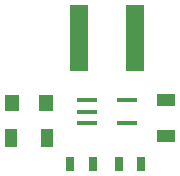
<source format=gtp>
G04 #@! TF.FileFunction,Paste,Top*
%FSLAX46Y46*%
G04 Gerber Fmt 4.6, Leading zero omitted, Abs format (unit mm)*
G04 Created by KiCad (PCBNEW 4.0.7) date 10/27/17 12:06:15*
%MOMM*%
%LPD*%
G01*
G04 APERTURE LIST*
%ADD10C,0.100000*%
%ADD11R,1.600000X5.700000*%
%ADD12R,1.700000X0.450000*%
%ADD13R,0.700000X1.300000*%
%ADD14R,1.000000X1.600000*%
%ADD15R,1.600000X1.000000*%
%ADD16R,1.300480X1.399540*%
G04 APERTURE END LIST*
D10*
D11*
X121222000Y-64770000D03*
X116522000Y-64770000D03*
D12*
X117172000Y-70043000D03*
X120572000Y-70043000D03*
X117172000Y-70993000D03*
X117172000Y-71943000D03*
X120572000Y-71943000D03*
D13*
X115763000Y-75438000D03*
X117663000Y-75438000D03*
X119877800Y-75438000D03*
X121777800Y-75438000D03*
D14*
X110742600Y-73253600D03*
X113742600Y-73253600D03*
D15*
X123875800Y-70026400D03*
X123875800Y-73026400D03*
D16*
X113718340Y-70231000D03*
X110817660Y-70231000D03*
M02*

</source>
